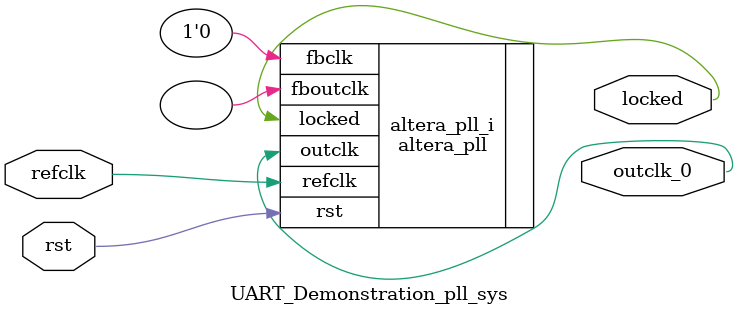
<source format=v>
`timescale 1ns/10ps
module  UART_Demonstration_pll_sys(

	// interface 'refclk'
	input wire refclk,

	// interface 'reset'
	input wire rst,

	// interface 'outclk0'
	output wire outclk_0,

	// interface 'locked'
	output wire locked
);

	altera_pll #(
		.fractional_vco_multiplier("false"),
		.reference_clock_frequency("50.0 MHz"),
		.operation_mode("normal"),
		.number_of_clocks(1),
		.output_clock_frequency0("100.000000 MHz"),
		.phase_shift0("0 ps"),
		.duty_cycle0(50),
		.output_clock_frequency1("0 MHz"),
		.phase_shift1("0 ps"),
		.duty_cycle1(50),
		.output_clock_frequency2("0 MHz"),
		.phase_shift2("0 ps"),
		.duty_cycle2(50),
		.output_clock_frequency3("0 MHz"),
		.phase_shift3("0 ps"),
		.duty_cycle3(50),
		.output_clock_frequency4("0 MHz"),
		.phase_shift4("0 ps"),
		.duty_cycle4(50),
		.output_clock_frequency5("0 MHz"),
		.phase_shift5("0 ps"),
		.duty_cycle5(50),
		.output_clock_frequency6("0 MHz"),
		.phase_shift6("0 ps"),
		.duty_cycle6(50),
		.output_clock_frequency7("0 MHz"),
		.phase_shift7("0 ps"),
		.duty_cycle7(50),
		.output_clock_frequency8("0 MHz"),
		.phase_shift8("0 ps"),
		.duty_cycle8(50),
		.output_clock_frequency9("0 MHz"),
		.phase_shift9("0 ps"),
		.duty_cycle9(50),
		.output_clock_frequency10("0 MHz"),
		.phase_shift10("0 ps"),
		.duty_cycle10(50),
		.output_clock_frequency11("0 MHz"),
		.phase_shift11("0 ps"),
		.duty_cycle11(50),
		.output_clock_frequency12("0 MHz"),
		.phase_shift12("0 ps"),
		.duty_cycle12(50),
		.output_clock_frequency13("0 MHz"),
		.phase_shift13("0 ps"),
		.duty_cycle13(50),
		.output_clock_frequency14("0 MHz"),
		.phase_shift14("0 ps"),
		.duty_cycle14(50),
		.output_clock_frequency15("0 MHz"),
		.phase_shift15("0 ps"),
		.duty_cycle15(50),
		.output_clock_frequency16("0 MHz"),
		.phase_shift16("0 ps"),
		.duty_cycle16(50),
		.output_clock_frequency17("0 MHz"),
		.phase_shift17("0 ps"),
		.duty_cycle17(50),
		.pll_type("General"),
		.pll_subtype("General")
	) altera_pll_i (
		.rst	(rst),
		.outclk	({outclk_0}),
		.locked	(locked),
		.fboutclk	( ),
		.fbclk	(1'b0),
		.refclk	(refclk)
	);
endmodule


</source>
